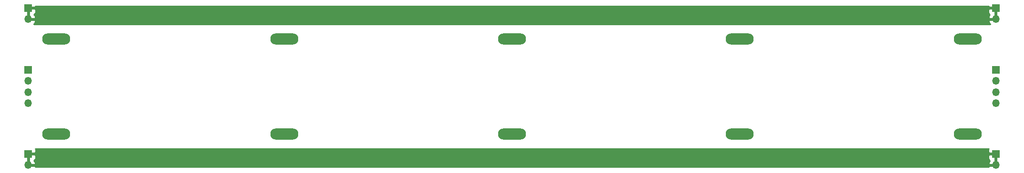
<source format=gbr>
G04 #@! TF.GenerationSoftware,KiCad,Pcbnew,(5.1.2)-2*
G04 #@! TF.CreationDate,2020-02-10T16:58:43+01:00*
G04 #@! TF.ProjectId,S174,53313734-2e6b-4696-9361-645f70636258,rev?*
G04 #@! TF.SameCoordinates,Original*
G04 #@! TF.FileFunction,Copper,L2,Bot*
G04 #@! TF.FilePolarity,Positive*
%FSLAX46Y46*%
G04 Gerber Fmt 4.6, Leading zero omitted, Abs format (unit mm)*
G04 Created by KiCad (PCBNEW (5.1.2)-2) date 2020-02-10 16:58:43*
%MOMM*%
%LPD*%
G04 APERTURE LIST*
%ADD10O,5.000000X2.000000*%
%ADD11O,1.350000X1.350000*%
%ADD12R,1.350000X1.350000*%
%ADD13C,0.254000*%
G04 APERTURE END LIST*
D10*
X268000000Y-108500000D03*
X227500000Y-108500000D03*
X187000000Y-108500000D03*
X146500000Y-108500000D03*
X106000000Y-108500000D03*
X268000000Y-91500000D03*
X227500000Y-91500000D03*
X187000000Y-91500000D03*
X146500000Y-91500000D03*
X106000000Y-91500000D03*
D11*
X273000000Y-114000000D03*
D12*
X273000000Y-112000000D03*
D11*
X273000000Y-103000000D03*
X273000000Y-101000000D03*
X273000000Y-99000000D03*
D12*
X273000000Y-97000000D03*
D11*
X273000000Y-88000000D03*
D12*
X273000000Y-86000000D03*
D11*
X101000000Y-114000000D03*
D12*
X101000000Y-112000000D03*
D11*
X101000000Y-103000000D03*
X101000000Y-101000000D03*
X101000000Y-99000000D03*
D12*
X101000000Y-97000000D03*
D11*
X101000000Y-88000000D03*
D12*
X101000000Y-86000000D03*
D13*
G36*
X271690000Y-85714250D02*
G01*
X271848750Y-85873000D01*
X272873000Y-85873000D01*
X272873000Y-85853000D01*
X273127000Y-85853000D01*
X273127000Y-85873000D01*
X273147000Y-85873000D01*
X273147000Y-86127000D01*
X273127000Y-86127000D01*
X273127000Y-87873000D01*
X273147000Y-87873000D01*
X273147000Y-88127000D01*
X273127000Y-88127000D01*
X273127000Y-88147000D01*
X272873000Y-88147000D01*
X272873000Y-88127000D01*
X271855776Y-88127000D01*
X271732090Y-88329400D01*
X271762762Y-88430528D01*
X271870527Y-88663629D01*
X272021697Y-88871227D01*
X272023619Y-88873000D01*
X101976381Y-88873000D01*
X101978303Y-88871227D01*
X102129473Y-88663629D01*
X102237238Y-88430528D01*
X102267910Y-88329400D01*
X102144224Y-88127000D01*
X101127000Y-88127000D01*
X101127000Y-88147000D01*
X100873000Y-88147000D01*
X100873000Y-88127000D01*
X100853000Y-88127000D01*
X100853000Y-87873000D01*
X100873000Y-87873000D01*
X100873000Y-86127000D01*
X101127000Y-86127000D01*
X101127000Y-87873000D01*
X102144224Y-87873000D01*
X102267910Y-87670600D01*
X102237238Y-87569472D01*
X102129473Y-87336371D01*
X102032441Y-87203119D01*
X102126185Y-87126185D01*
X102205537Y-87029494D01*
X102264502Y-86919180D01*
X102300812Y-86799482D01*
X102313072Y-86675000D01*
X271686928Y-86675000D01*
X271699188Y-86799482D01*
X271735498Y-86919180D01*
X271794463Y-87029494D01*
X271873815Y-87126185D01*
X271967559Y-87203119D01*
X271870527Y-87336371D01*
X271762762Y-87569472D01*
X271732090Y-87670600D01*
X271855776Y-87873000D01*
X272873000Y-87873000D01*
X272873000Y-86127000D01*
X271848750Y-86127000D01*
X271690000Y-86285750D01*
X271686928Y-86675000D01*
X102313072Y-86675000D01*
X102310000Y-86285750D01*
X102151250Y-86127000D01*
X101127000Y-86127000D01*
X100873000Y-86127000D01*
X100853000Y-86127000D01*
X100853000Y-85873000D01*
X100873000Y-85873000D01*
X100873000Y-85853000D01*
X101127000Y-85853000D01*
X101127000Y-85873000D01*
X102151250Y-85873000D01*
X102310000Y-85714250D01*
X102310428Y-85660000D01*
X271689572Y-85660000D01*
X271690000Y-85714250D01*
X271690000Y-85714250D01*
G37*
X271690000Y-85714250D02*
X271848750Y-85873000D01*
X272873000Y-85873000D01*
X272873000Y-85853000D01*
X273127000Y-85853000D01*
X273127000Y-85873000D01*
X273147000Y-85873000D01*
X273147000Y-86127000D01*
X273127000Y-86127000D01*
X273127000Y-87873000D01*
X273147000Y-87873000D01*
X273147000Y-88127000D01*
X273127000Y-88127000D01*
X273127000Y-88147000D01*
X272873000Y-88147000D01*
X272873000Y-88127000D01*
X271855776Y-88127000D01*
X271732090Y-88329400D01*
X271762762Y-88430528D01*
X271870527Y-88663629D01*
X272021697Y-88871227D01*
X272023619Y-88873000D01*
X101976381Y-88873000D01*
X101978303Y-88871227D01*
X102129473Y-88663629D01*
X102237238Y-88430528D01*
X102267910Y-88329400D01*
X102144224Y-88127000D01*
X101127000Y-88127000D01*
X101127000Y-88147000D01*
X100873000Y-88147000D01*
X100873000Y-88127000D01*
X100853000Y-88127000D01*
X100853000Y-87873000D01*
X100873000Y-87873000D01*
X100873000Y-86127000D01*
X101127000Y-86127000D01*
X101127000Y-87873000D01*
X102144224Y-87873000D01*
X102267910Y-87670600D01*
X102237238Y-87569472D01*
X102129473Y-87336371D01*
X102032441Y-87203119D01*
X102126185Y-87126185D01*
X102205537Y-87029494D01*
X102264502Y-86919180D01*
X102300812Y-86799482D01*
X102313072Y-86675000D01*
X271686928Y-86675000D01*
X271699188Y-86799482D01*
X271735498Y-86919180D01*
X271794463Y-87029494D01*
X271873815Y-87126185D01*
X271967559Y-87203119D01*
X271870527Y-87336371D01*
X271762762Y-87569472D01*
X271732090Y-87670600D01*
X271855776Y-87873000D01*
X272873000Y-87873000D01*
X272873000Y-86127000D01*
X271848750Y-86127000D01*
X271690000Y-86285750D01*
X271686928Y-86675000D01*
X102313072Y-86675000D01*
X102310000Y-86285750D01*
X102151250Y-86127000D01*
X101127000Y-86127000D01*
X100873000Y-86127000D01*
X100853000Y-86127000D01*
X100853000Y-85873000D01*
X100873000Y-85873000D01*
X100873000Y-85853000D01*
X101127000Y-85853000D01*
X101127000Y-85873000D01*
X102151250Y-85873000D01*
X102310000Y-85714250D01*
X102310428Y-85660000D01*
X271689572Y-85660000D01*
X271690000Y-85714250D01*
G36*
X271699188Y-111200518D02*
G01*
X271686928Y-111325000D01*
X271690000Y-111714250D01*
X271848750Y-111873000D01*
X272873000Y-111873000D01*
X272873000Y-111853000D01*
X273127000Y-111853000D01*
X273127000Y-111873000D01*
X273147000Y-111873000D01*
X273147000Y-112127000D01*
X273127000Y-112127000D01*
X273127000Y-113873000D01*
X273147000Y-113873000D01*
X273147000Y-114127000D01*
X273127000Y-114127000D01*
X273127000Y-114147000D01*
X272873000Y-114147000D01*
X272873000Y-114127000D01*
X271855776Y-114127000D01*
X271732090Y-114329400D01*
X271735305Y-114340000D01*
X102264695Y-114340000D01*
X102267910Y-114329400D01*
X102144224Y-114127000D01*
X101127000Y-114127000D01*
X101127000Y-114147000D01*
X100873000Y-114147000D01*
X100873000Y-114127000D01*
X100853000Y-114127000D01*
X100853000Y-113873000D01*
X100873000Y-113873000D01*
X100873000Y-112127000D01*
X101127000Y-112127000D01*
X101127000Y-113873000D01*
X102144224Y-113873000D01*
X102267910Y-113670600D01*
X102237238Y-113569472D01*
X102129473Y-113336371D01*
X102032441Y-113203119D01*
X102126185Y-113126185D01*
X102205537Y-113029494D01*
X102264502Y-112919180D01*
X102300812Y-112799482D01*
X102313072Y-112675000D01*
X271686928Y-112675000D01*
X271699188Y-112799482D01*
X271735498Y-112919180D01*
X271794463Y-113029494D01*
X271873815Y-113126185D01*
X271967559Y-113203119D01*
X271870527Y-113336371D01*
X271762762Y-113569472D01*
X271732090Y-113670600D01*
X271855776Y-113873000D01*
X272873000Y-113873000D01*
X272873000Y-112127000D01*
X271848750Y-112127000D01*
X271690000Y-112285750D01*
X271686928Y-112675000D01*
X102313072Y-112675000D01*
X102310000Y-112285750D01*
X102151250Y-112127000D01*
X101127000Y-112127000D01*
X100873000Y-112127000D01*
X100853000Y-112127000D01*
X100853000Y-111873000D01*
X100873000Y-111873000D01*
X100873000Y-111853000D01*
X101127000Y-111853000D01*
X101127000Y-111873000D01*
X102151250Y-111873000D01*
X102310000Y-111714250D01*
X102313072Y-111325000D01*
X102300812Y-111200518D01*
X102278511Y-111127000D01*
X271721489Y-111127000D01*
X271699188Y-111200518D01*
X271699188Y-111200518D01*
G37*
X271699188Y-111200518D02*
X271686928Y-111325000D01*
X271690000Y-111714250D01*
X271848750Y-111873000D01*
X272873000Y-111873000D01*
X272873000Y-111853000D01*
X273127000Y-111853000D01*
X273127000Y-111873000D01*
X273147000Y-111873000D01*
X273147000Y-112127000D01*
X273127000Y-112127000D01*
X273127000Y-113873000D01*
X273147000Y-113873000D01*
X273147000Y-114127000D01*
X273127000Y-114127000D01*
X273127000Y-114147000D01*
X272873000Y-114147000D01*
X272873000Y-114127000D01*
X271855776Y-114127000D01*
X271732090Y-114329400D01*
X271735305Y-114340000D01*
X102264695Y-114340000D01*
X102267910Y-114329400D01*
X102144224Y-114127000D01*
X101127000Y-114127000D01*
X101127000Y-114147000D01*
X100873000Y-114147000D01*
X100873000Y-114127000D01*
X100853000Y-114127000D01*
X100853000Y-113873000D01*
X100873000Y-113873000D01*
X100873000Y-112127000D01*
X101127000Y-112127000D01*
X101127000Y-113873000D01*
X102144224Y-113873000D01*
X102267910Y-113670600D01*
X102237238Y-113569472D01*
X102129473Y-113336371D01*
X102032441Y-113203119D01*
X102126185Y-113126185D01*
X102205537Y-113029494D01*
X102264502Y-112919180D01*
X102300812Y-112799482D01*
X102313072Y-112675000D01*
X271686928Y-112675000D01*
X271699188Y-112799482D01*
X271735498Y-112919180D01*
X271794463Y-113029494D01*
X271873815Y-113126185D01*
X271967559Y-113203119D01*
X271870527Y-113336371D01*
X271762762Y-113569472D01*
X271732090Y-113670600D01*
X271855776Y-113873000D01*
X272873000Y-113873000D01*
X272873000Y-112127000D01*
X271848750Y-112127000D01*
X271690000Y-112285750D01*
X271686928Y-112675000D01*
X102313072Y-112675000D01*
X102310000Y-112285750D01*
X102151250Y-112127000D01*
X101127000Y-112127000D01*
X100873000Y-112127000D01*
X100853000Y-112127000D01*
X100853000Y-111873000D01*
X100873000Y-111873000D01*
X100873000Y-111853000D01*
X101127000Y-111853000D01*
X101127000Y-111873000D01*
X102151250Y-111873000D01*
X102310000Y-111714250D01*
X102313072Y-111325000D01*
X102300812Y-111200518D01*
X102278511Y-111127000D01*
X271721489Y-111127000D01*
X271699188Y-111200518D01*
M02*

</source>
